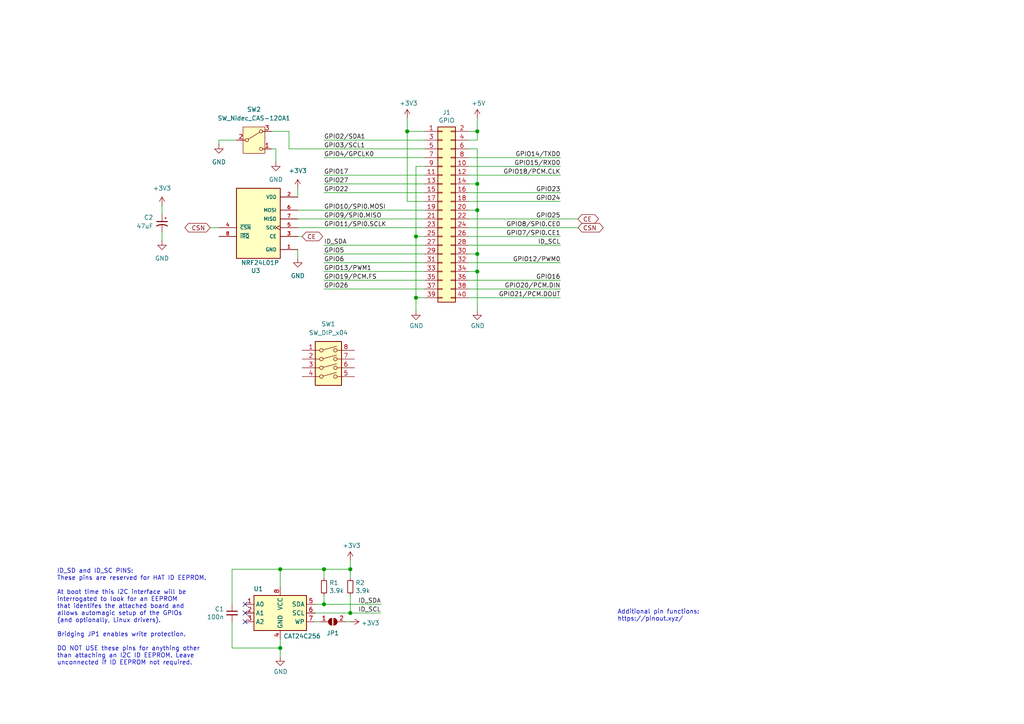
<source format=kicad_sch>
(kicad_sch (version 20231120) (generator "eeschema") (generator_version "8.0")
  (paper "A4")
  (title_block (date "15 nov 2012"))
  (lib_symbols
    (symbol "Connector_Generic:Conn_02x20_Odd_Even" (pin_names (offset 1.016) hide)
      (property "Reference" "J" (at 1.27 25.4 0))
      (property "Value" "Conn_02x20_Odd_Even" (at 1.27 -27.94 0))
      (symbol "Conn_02x20_Odd_Even_1_1"
        (rectangle (start -1.27 -25.273) (end 0 -25.527) (stroke (width 0.1524)))
        (rectangle (start -1.27 -22.733) (end 0 -22.987) (stroke (width 0.1524)))
        (rectangle (start -1.27 -20.193) (end 0 -20.447) (stroke (width 0.1524)))
        (rectangle (start -1.27 -17.653) (end 0 -17.907) (stroke (width 0.1524)))
        (rectangle (start -1.27 -15.113) (end 0 -15.367) (stroke (width 0.1524)))
        (rectangle (start -1.27 -12.573) (end 0 -12.827) (stroke (width 0.1524)))
        (rectangle (start -1.27 -10.033) (end 0 -10.287) (stroke (width 0.1524)))
        (rectangle (start -1.27 -7.493) (end 0 -7.747) (stroke (width 0.1524)))
        (rectangle (start -1.27 -4.953) (end 0 -5.207) (stroke (width 0.1524)))
        (rectangle (start -1.27 -2.413) (end 0 -2.667) (stroke (width 0.1524)))
        (rectangle (start -1.27 0.127) (end 0 -0.127) (stroke (width 0.1524)))
        (rectangle (start -1.27 2.667) (end 0 2.413) (stroke (width 0.1524)))
        (rectangle (start -1.27 5.207) (end 0 4.953) (stroke (width 0.1524)))
        (rectangle (start -1.27 7.747) (end 0 7.493) (stroke (width 0.1524)))
        (rectangle (start -1.27 10.287) (end 0 10.033) (stroke (width 0.1524)))
        (rectangle (start -1.27 12.827) (end 0 12.573) (stroke (width 0.1524)))
        (rectangle (start -1.27 15.367) (end 0 15.113) (stroke (width 0.1524)))
        (rectangle (start -1.27 17.907) (end 0 17.653) (stroke (width 0.1524)))
        (rectangle (start -1.27 20.447) (end 0 20.193) (stroke (width 0.1524)))
        (rectangle (start -1.27 22.987) (end 0 22.733) (stroke (width 0.1524)))
        (rectangle (start -1.27 24.13) (end 3.81 -26.67) (stroke (width 0.254)) (fill (type background)))
        (rectangle (start 3.81 -25.273) (end 2.54 -25.527) (stroke (width 0.1524)))
        (rectangle (start 3.81 -22.733) (end 2.54 -22.987) (stroke (width 0.1524)))
        (rectangle (start 3.81 -20.193) (end 2.54 -20.447) (stroke (width 0.1524)))
        (rectangle (start 3.81 -17.653) (end 2.54 -17.907) (stroke (width 0.1524)))
        (rectangle (start 3.81 -15.113) (end 2.54 -15.367) (stroke (width 0.1524)))
        (rectangle (start 3.81 -12.573) (end 2.54 -12.827) (stroke (width 0.1524)))
        (rectangle (start 3.81 -10.033) (end 2.54 -10.287) (stroke (width 0.1524)))
        (rectangle (start 3.81 -7.493) (end 2.54 -7.747) (stroke (width 0.1524)))
        (rectangle (start 3.81 -4.953) (end 2.54 -5.207) (stroke (width 0.1524)))
        (rectangle (start 3.81 -2.413) (end 2.54 -2.667) (stroke (width 0.1524)))
        (rectangle (start 3.81 0.127) (end 2.54 -0.127) (stroke (width 0.1524)))
        (rectangle (start 3.81 2.667) (end 2.54 2.413) (stroke (width 0.1524)))
        (rectangle (start 3.81 5.207) (end 2.54 4.953) (stroke (width 0.1524)))
        (rectangle (start 3.81 7.747) (end 2.54 7.493) (stroke (width 0.1524)))
        (rectangle (start 3.81 10.287) (end 2.54 10.033) (stroke (width 0.1524)))
        (rectangle (start 3.81 12.827) (end 2.54 12.573) (stroke (width 0.1524)))
        (rectangle (start 3.81 15.367) (end 2.54 15.113) (stroke (width 0.1524)))
        (rectangle (start 3.81 17.907) (end 2.54 17.653) (stroke (width 0.1524)))
        (rectangle (start 3.81 20.447) (end 2.54 20.193) (stroke (width 0.1524)))
        (rectangle (start 3.81 22.987) (end 2.54 22.733) (stroke (width 0.1524)))
        (pin passive line (at -5.08 22.86 0) (length 3.81) (name "Pin_1") (number "1"))
        (pin passive line (at 7.62 12.7 180) (length 3.81) (name "Pin_10") (number "10"))
        (pin passive line (at -5.08 10.16 0) (length 3.81) (name "Pin_11") (number "11"))
        (pin passive line (at 7.62 10.16 180) (length 3.81) (name "Pin_12") (number "12"))
        (pin passive line (at -5.08 7.62 0) (length 3.81) (name "Pin_13") (number "13"))
        (pin passive line (at 7.62 7.62 180) (length 3.81) (name "Pin_14") (number "14"))
        (pin passive line (at -5.08 5.08 0) (length 3.81) (name "Pin_15") (number "15"))
        (pin passive line (at 7.62 5.08 180) (length 3.81) (name "Pin_16") (number "16"))
        (pin passive line (at -5.08 2.54 0) (length 3.81) (name "Pin_17") (number "17"))
        (pin passive line (at 7.62 2.54 180) (length 3.81) (name "Pin_18") (number "18"))
        (pin passive line (at -5.08 0 0) (length 3.81) (name "Pin_19") (number "19"))
        (pin passive line (at 7.62 22.86 180) (length 3.81) (name "Pin_2") (number "2"))
        (pin passive line (at 7.62 0 180) (length 3.81) (name "Pin_20") (number "20"))
        (pin passive line (at -5.08 -2.54 0) (length 3.81) (name "Pin_21") (number "21"))
        (pin passive line (at 7.62 -2.54 180) (length 3.81) (name "Pin_22") (number "22"))
        (pin passive line (at -5.08 -5.08 0) (length 3.81) (name "Pin_23") (number "23"))
        (pin passive line (at 7.62 -5.08 180) (length 3.81) (name "Pin_24") (number "24"))
        (pin passive line (at -5.08 -7.62 0) (length 3.81) (name "Pin_25") (number "25"))
        (pin passive line (at 7.62 -7.62 180) (length 3.81) (name "Pin_26") (number "26"))
        (pin passive line (at -5.08 -10.16 0) (length 3.81) (name "Pin_27") (number "27"))
        (pin passive line (at 7.62 -10.16 180) (length 3.81) (name "Pin_28") (number "28"))
        (pin passive line (at -5.08 -12.7 0) (length 3.81) (name "Pin_29") (number "29"))
        (pin passive line (at -5.08 20.32 0) (length 3.81) (name "Pin_3") (number "3"))
        (pin passive line (at 7.62 -12.7 180) (length 3.81) (name "Pin_30") (number "30"))
        (pin passive line (at -5.08 -15.24 0) (length 3.81) (name "Pin_31") (number "31"))
        (pin passive line (at 7.62 -15.24 180) (length 3.81) (name "Pin_32") (number "32"))
        (pin passive line (at -5.08 -17.78 0) (length 3.81) (name "Pin_33") (number "33"))
        (pin passive line (at 7.62 -17.78 180) (length 3.81) (name "Pin_34") (number "34"))
        (pin passive line (at -5.08 -20.32 0) (length 3.81) (name "Pin_35") (number "35"))
        (pin passive line (at 7.62 -20.32 180) (length 3.81) (name "Pin_36") (number "36"))
        (pin passive line (at -5.08 -22.86 0) (length 3.81) (name "Pin_37") (number "37"))
        (pin passive line (at 7.62 -22.86 180) (length 3.81) (name "Pin_38") (number "38"))
        (pin passive line (at -5.08 -25.4 0) (length 3.81) (name "Pin_39") (number "39"))
        (pin passive line (at 7.62 20.32 180) (length 3.81) (name "Pin_4") (number "4"))
        (pin passive line (at 7.62 -25.4 180) (length 3.81) (name "Pin_40") (number "40"))
        (pin passive line (at -5.08 17.78 0) (length 3.81) (name "Pin_5") (number "5"))
        (pin passive line (at 7.62 17.78 180) (length 3.81) (name "Pin_6") (number "6"))
        (pin passive line (at -5.08 15.24 0) (length 3.81) (name "Pin_7") (number "7"))
        (pin passive line (at 7.62 15.24 180) (length 3.81) (name "Pin_8") (number "8"))
        (pin passive line (at -5.08 12.7 0) (length 3.81) (name "Pin_9") (number "9"))
      )
    )
    (symbol "Device:C_Polarized_Small_US" (pin_numbers hide) (pin_names (offset 0.254) hide)
      (property "Reference" "C" (at 0.254 1.778 0))
      (property "Value" "C_Polarized_Small_US" (at 0.254 -2.032 0))
      (symbol "C_Polarized_Small_US_0_1"
        (polyline (pts (xy -1.524 0.508) (xy 1.524 0.508)) (stroke (width 0.3048)))
        (polyline (pts (xy -1.27 1.524) (xy -0.762 1.524)))
        (polyline (pts (xy -1.016 1.27) (xy -1.016 1.778)))
        (arc (start 1.524 -0.762) (mid 0 -0.3734) (end -1.524 -0.762) (stroke (width 0.3048)))
      )
      (symbol "C_Polarized_Small_US_1_1"
        (pin passive line (at 0 2.54 270) (length 2.032) (name "~") (number "1"))
        (pin passive line (at 0 -2.54 90) (length 2.032) (name "~") (number "2"))
      )
    )
    (symbol "Device:C_Small" (pin_numbers hide) (pin_names (offset 0.254) hide)
      (property "Reference" "C" (at 0.254 1.778 0))
      (property "Value" "C_Small" (at 0.254 -2.032 0))
      (symbol "C_Small_0_1"
        (polyline (pts (xy -1.524 -0.508) (xy 1.524 -0.508)) (stroke (width 0.3302)))
        (polyline (pts (xy -1.524 0.508) (xy 1.524 0.508)) (stroke (width 0.3048)))
      )
      (symbol "C_Small_1_1"
        (pin passive line (at 0 2.54 270) (length 2.032) (name "~") (number "1"))
        (pin passive line (at 0 -2.54 90) (length 2.032) (name "~") (number "2"))
      )
    )
    (symbol "Device:R_Small" (pin_numbers hide) (pin_names (offset 0.254) hide)
      (property "Reference" "R" (at 0.762 0.508 0))
      (property "Value" "R_Small" (at 0.762 -1.016 0))
      (symbol "R_Small_0_1"
        (rectangle (start -0.762 1.778) (end 0.762 -1.778) (stroke (width 0.2032)))
      )
      (symbol "R_Small_1_1"
        (pin passive line (at 0 2.54 270) (length 0.762) (name "~") (number "1"))
        (pin passive line (at 0 -2.54 90) (length 0.762) (name "~") (number "2"))
      )
    )
    (symbol "GND_1" (power) (pin_numbers hide) (pin_names (offset 0) hide)
      (property "Value" "GND" (at 0 -3.81 0))
      (symbol "GND_1_0_1"
        (polyline (pts (xy 0 0) (xy 0 -1.27) (xy 1.27 -1.27) (xy 0 -2.54) (xy -1.27 -1.27) (xy 0 -1.27)))
      )
      (symbol "GND_1_1_1"
        (pin power_in line (at 0 0 270) (length 0) (name "~") (number "1"))
      )
    )
    (symbol "Jumper:SolderJumper_2_Open" (pin_names (offset 0) hide)
      (property "Reference" "JP" (at 0 2.032 0))
      (property "Value" "SolderJumper_2_Open" (at 0 -2.54 0))
      (symbol "SolderJumper_2_Open_0_1"
        (arc (start -0.254 1.016) (mid -1.2656 0) (end -0.254 -1.016))
        (arc (start -0.254 1.016) (mid -1.2656 0) (end -0.254 -1.016) (fill (type outline)))
        (polyline (pts (xy -0.254 1.016) (xy -0.254 -1.016)))
        (polyline (pts (xy 0.254 1.016) (xy 0.254 -1.016)))
        (arc (start 0.254 -1.016) (mid 1.2656 0) (end 0.254 1.016))
        (arc (start 0.254 -1.016) (mid 1.2656 0) (end 0.254 1.016) (fill (type outline)))
      )
      (symbol "SolderJumper_2_Open_1_1"
        (pin passive line (at -3.81 0 0) (length 2.54) (name "A") (number "1"))
        (pin passive line (at 3.81 0 180) (length 2.54) (name "B") (number "2"))
      )
    )
    (symbol "Memory_EEPROM:CAT24C256"
      (property "Reference" "U" (at -6.35 6.35 0))
      (property "Value" "CAT24C256" (at 1.27 6.35 0))
      (symbol "CAT24C256_1_1"
        (rectangle (start -7.62 5.08) (end 7.62 -5.08) (stroke (width 0.254)) (fill (type background)))
        (pin input line (at -10.16 2.54 0) (length 2.54) (name "A0") (number "1"))
        (pin input line (at -10.16 0 0) (length 2.54) (name "A1") (number "2"))
        (pin input line (at -10.16 -2.54 0) (length 2.54) (name "A2") (number "3"))
        (pin power_in line (at 0 -7.62 90) (length 2.54) (name "GND") (number "4"))
        (pin bidirectional line (at 10.16 2.54 180) (length 2.54) (name "SDA") (number "5"))
        (pin input line (at 10.16 0 180) (length 2.54) (name "SCL") (number "6"))
        (pin input line (at 10.16 -2.54 180) (length 2.54) (name "WP") (number "7"))
        (pin power_in line (at 0 7.62 270) (length 2.54) (name "VCC") (number "8"))
      )
    )
    (symbol "NRF24L01P-MODULE-PCB_1" (pin_names (offset 1.016))
      (property "Reference" "U3" (at 3.048 14.986 0))
      (property "Value" "NRF24L01P" (at 4.318 12.7 0))
      (symbol "NRF24L01P-MODULE-PCB_1_0_0"
        (rectangle (start -2.54 11.43) (end 10.16 -8.89) (stroke (width 0.254)) (fill (type background)))
        (pin power_in line (at 15.24 8.89 180) (length 5.08) (name "GND") (number "1"))
        (pin power_in line (at 15.24 -6.35 180) (length 5.08) (name "VDD") (number "2"))
        (pin input line (at 15.24 5.08 180) (length 5.08) (name "CE") (number "3"))
        (pin input line (at -7.62 2.54 0) (length 5.08) (name "~{CSN}") (number "4"))
        (pin input clock (at 15.24 2.54 180) (length 5.08) (name "SCK") (number "5"))
        (pin input line (at 15.24 -2.54 180) (length 5.08) (name "MOSI") (number "6"))
        (pin input line (at 15.24 0 180) (length 5.08) (name "MISO") (number "7"))
        (pin input line (at -7.62 5.08 0) (length 5.08) (name "~{IRQ}") (number "8"))
      )
    )
    (symbol "Switch:SW_DIP_x04" (pin_names (offset 0) hide)
      (property "Reference" "SW" (at 0 8.89 0))
      (property "Value" "SW_DIP_x04" (at 0 -6.35 0))
      (symbol "SW_DIP_x04_0_0"
        (circle (center -2.032 -2.54) (radius 0.508))
        (circle (center -2.032 0) (radius 0.508))
        (circle (center -2.032 2.54) (radius 0.508))
        (circle (center -2.032 5.08) (radius 0.508))
        (polyline (pts (xy -1.524 -2.3876) (xy 2.3622 -1.3462)))
        (polyline (pts (xy -1.524 0.127) (xy 2.3622 1.1684)))
        (polyline (pts (xy -1.524 2.667) (xy 2.3622 3.7084)))
        (polyline (pts (xy -1.524 5.207) (xy 2.3622 6.2484)))
        (circle (center 2.032 -2.54) (radius 0.508))
        (circle (center 2.032 0) (radius 0.508))
        (circle (center 2.032 2.54) (radius 0.508))
        (circle (center 2.032 5.08) (radius 0.508))
      )
      (symbol "SW_DIP_x04_0_1"
        (rectangle (start -3.81 7.62) (end 3.81 -5.08) (stroke (width 0.254)) (fill (type background)))
      )
      (symbol "SW_DIP_x04_1_1"
        (pin passive line (at -7.62 5.08 0) (length 5.08) (name "~") (number "1"))
        (pin passive line (at -7.62 2.54 0) (length 5.08) (name "~") (number "2"))
        (pin passive line (at -7.62 0 0) (length 5.08) (name "~") (number "3"))
        (pin passive line (at -7.62 -2.54 0) (length 5.08) (name "~") (number "4"))
        (pin passive line (at 7.62 -2.54 180) (length 5.08) (name "~") (number "5"))
        (pin passive line (at 7.62 0 180) (length 5.08) (name "~") (number "6"))
        (pin passive line (at 7.62 2.54 180) (length 5.08) (name "~") (number "7"))
        (pin passive line (at 7.62 5.08 180) (length 5.08) (name "~") (number "8"))
      )
    )
    (symbol "Switch:SW_Nidec_CAS-120A1" (pin_names (offset 1) hide)
      (property "Reference" "SW" (at 0 4.318 0))
      (property "Value" "SW_Nidec_CAS-120A1" (at 0 -5.08 0))
      (symbol "SW_Nidec_CAS-120A1_0_1"
        (circle (center -2.032 0) (radius 0.4572))
        (polyline (pts (xy -1.651 0.254) (xy 1.651 2.286)))
        (circle (center 2.032 -2.54) (radius 0.4572))
        (circle (center 2.032 2.54) (radius 0.4572))
      )
      (symbol "SW_Nidec_CAS-120A1_1_1"
        (rectangle (start -3.175 3.81) (end 3.175 -3.81) (fill (type background)))
        (pin passive line (at 5.08 -2.54 180) (length 2.54) (name "C") (number "1"))
        (pin passive line (at -5.08 0 0) (length 2.54) (name "B") (number "2"))
        (pin passive line (at 5.08 2.54 180) (length 2.54) (name "A") (number "3"))
      )
    )
    (symbol "power:+3.3V" (power) (pin_names (offset 0))
      (property "Value" "+3.3V" (at 0 3.556 0))
      (symbol "+3.3V_0_1"
        (polyline (pts (xy -0.762 1.27) (xy 0 2.54)))
        (polyline (pts (xy 0 0) (xy 0 2.54)))
        (polyline (pts (xy 0 2.54) (xy 0.762 1.27)))
      )
      (symbol "+3.3V_1_1"
        (pin power_in line (at 0 0 90) (length 0) hide (name "+3V3") (number "1"))
      )
    )
    (symbol "power:+3V3" (power) (pin_numbers hide) (pin_names (offset 0) hide)
      (property "Value" "+3V3" (at 0 3.556 0))
      (symbol "+3V3_0_1"
        (polyline (pts (xy -0.762 1.27) (xy 0 2.54)))
        (polyline (pts (xy 0 0) (xy 0 2.54)))
        (polyline (pts (xy 0 2.54) (xy 0.762 1.27)))
      )
      (symbol "+3V3_1_1"
        (pin power_in line (at 0 0 90) (length 0) (name "~") (number "1"))
      )
    )
    (symbol "power:+5V" (power) (pin_names (offset 0))
      (property "Value" "+5V" (at 0 3.556 0))
      (symbol "+5V_0_1"
        (polyline (pts (xy -0.762 1.27) (xy 0 2.54)))
        (polyline (pts (xy 0 0) (xy 0 2.54)))
        (polyline (pts (xy 0 2.54) (xy 0.762 1.27)))
      )
      (symbol "+5V_1_1"
        (pin power_in line (at 0 0 90) (length 0) hide (name "+5V") (number "1"))
      )
    )
    (symbol "power:GND" (power) (pin_names (offset 0))
      (property "Value" "GND" (at 0 -3.81 0))
      (symbol "GND_0_1"
        (polyline (pts (xy 0 0) (xy 0 -1.27) (xy 1.27 -1.27) (xy 0 -2.54) (xy -1.27 -1.27) (xy 0 -1.27)))
      )
      (symbol "GND_1_1"
        (pin power_in line (at 0 0 270) (length 0) hide (name "GND") (number "1"))
      )
    )
  )
  (junction (at 138.43 73.66) (diameter 1.016))
  (junction (at 101.6 165.1) (diameter 1.016))
  (junction (at 118.11 38.1) (diameter 1.016))
  (junction (at 138.43 78.74) (diameter 1.016))
  (junction (at 93.98 175.26) (diameter 1.016))
  (junction (at 120.65 68.58) (diameter 1.016))
  (junction (at 138.43 60.96) (diameter 1.016))
  (junction (at 138.43 53.34) (diameter 1.016))
  (junction (at 93.98 165.1) (diameter 1.016))
  (junction (at 81.28 187.96) (diameter 1.016))
  (junction (at 81.28 165.1) (diameter 1.016))
  (junction (at 120.65 86.36) (diameter 1.016))
  (junction (at 138.43 38.1) (diameter 1.016))
  (junction (at 101.6 177.8) (diameter 1.016))
  (no_connect (at 71.12 175.26))
  (no_connect (at 71.12 177.8))
  (no_connect (at 71.12 180.34))
  (wire (pts (xy 120.65 68.58) (xy 120.65 86.36)))
  (wire (pts (xy 135.89 68.58) (xy 162.56 68.58)))
  (wire (pts (xy 123.19 50.8) (xy 93.98 50.8)))
  (wire (pts (xy 81.28 165.1) (xy 93.98 165.1)))
  (wire (pts (xy 101.6 165.1) (xy 93.98 165.1)))
  (wire (pts (xy 101.6 167.64) (xy 101.6 165.1)))
  (wire (pts (xy 86.36 60.96) (xy 123.19 60.96)))
  (wire (pts (xy 138.43 43.18) (xy 138.43 53.34)))
  (wire (pts (xy 138.43 60.96) (xy 135.89 60.96)))
  (wire (pts (xy 86.36 68.58) (xy 87.63 68.58)))
  (wire (pts (xy 138.43 73.66) (xy 138.43 78.74)))
  (wire (pts (xy 60.96 66.04) (xy 63.5 66.04)))
  (wire (pts (xy 46.99 59.69) (xy 46.99 62.23)))
  (wire (pts (xy 83.82 38.1) (xy 83.82 43.18)))
  (wire (pts (xy 138.43 60.96) (xy 138.43 73.66)))
  (wire (pts (xy 135.89 45.72) (xy 162.56 45.72)))
  (wire (pts (xy 120.65 48.26) (xy 120.65 68.58)))
  (wire (pts (xy 91.44 175.26) (xy 93.98 175.26)))
  (wire (pts (xy 93.98 175.26) (xy 110.49 175.26)))
  (wire (pts (xy 63.5 41.91) (xy 63.5 40.64)))
  (wire (pts (xy 120.65 48.26) (xy 123.19 48.26)))
  (wire (pts (xy 91.44 180.34) (xy 92.71 180.34)))
  (wire (pts (xy 100.33 180.34) (xy 101.6 180.34)))
  (wire (pts (xy 135.89 66.04) (xy 167.64 66.04)))
  (wire (pts (xy 78.74 43.18) (xy 80.01 43.18)))
  (wire (pts (xy 123.19 71.12) (xy 93.98 71.12)))
  (wire (pts (xy 86.36 54.61) (xy 86.36 57.15)))
  (wire (pts (xy 80.01 43.18) (xy 80.01 46.99)))
  (wire (pts (xy 93.98 73.66) (xy 123.19 73.66)))
  (wire (pts (xy 120.65 68.58) (xy 123.19 68.58)))
  (wire (pts (xy 101.6 162.56) (xy 101.6 165.1)))
  (wire (pts (xy 135.89 55.88) (xy 162.56 55.88)))
  (wire (pts (xy 81.28 165.1) (xy 81.28 170.18)))
  (wire (pts (xy 135.89 86.36) (xy 162.56 86.36)))
  (wire (pts (xy 120.65 86.36) (xy 120.65 90.17)))
  (wire (pts (xy 93.98 53.34) (xy 123.19 53.34)))
  (wire (pts (xy 101.6 172.72) (xy 101.6 177.8)))
  (wire (pts (xy 118.11 34.29) (xy 118.11 38.1)))
  (wire (pts (xy 138.43 78.74) (xy 135.89 78.74)))
  (wire (pts (xy 118.11 58.42) (xy 123.19 58.42)))
  (wire (pts (xy 123.19 40.64) (xy 93.98 40.64)))
  (wire (pts (xy 138.43 38.1) (xy 138.43 40.64)))
  (wire (pts (xy 138.43 53.34) (xy 138.43 60.96)))
  (wire (pts (xy 135.89 50.8) (xy 162.56 50.8)))
  (wire (pts (xy 138.43 53.34) (xy 135.89 53.34)))
  (wire (pts (xy 138.43 34.29) (xy 138.43 38.1)))
  (wire (pts (xy 93.98 45.72) (xy 123.19 45.72)))
  (wire (pts (xy 93.98 165.1) (xy 93.98 167.64)))
  (wire (pts (xy 46.99 67.31) (xy 46.99 69.85)))
  (wire (pts (xy 138.43 38.1) (xy 135.89 38.1)))
  (wire (pts (xy 118.11 38.1) (xy 118.11 58.42)))
  (wire (pts (xy 83.82 43.18) (xy 123.19 43.18)))
  (wire (pts (xy 135.89 58.42) (xy 162.56 58.42)))
  (wire (pts (xy 135.89 48.26) (xy 162.56 48.26)))
  (wire (pts (xy 93.98 172.72) (xy 93.98 175.26)))
  (wire (pts (xy 63.5 40.64) (xy 68.58 40.64)))
  (wire (pts (xy 91.44 177.8) (xy 101.6 177.8)))
  (wire (pts (xy 101.6 177.8) (xy 110.49 177.8)))
  (wire (pts (xy 93.98 55.88) (xy 123.19 55.88)))
  (wire (pts (xy 93.98 76.2) (xy 123.19 76.2)))
  (wire (pts (xy 138.43 40.64) (xy 135.89 40.64)))
  (wire (pts (xy 93.98 81.28) (xy 123.19 81.28)))
  (wire (pts (xy 135.89 81.28) (xy 162.56 81.28)))
  (wire (pts (xy 135.89 76.2) (xy 162.56 76.2)))
  (wire (pts (xy 120.65 86.36) (xy 123.19 86.36)))
  (wire (pts (xy 135.89 83.82) (xy 162.56 83.82)))
  (wire (pts (xy 138.43 43.18) (xy 135.89 43.18)))
  (wire (pts (xy 93.98 83.82) (xy 123.19 83.82)))
  (wire (pts (xy 78.74 38.1) (xy 83.82 38.1)))
  (wire (pts (xy 86.36 63.5) (xy 123.19 63.5)))
  (wire (pts (xy 67.31 165.1) (xy 67.31 175.26)))
  (wire (pts (xy 67.31 180.34) (xy 67.31 187.96)))
  (wire (pts (xy 67.31 187.96) (xy 81.28 187.96)))
  (wire (pts (xy 81.28 165.1) (xy 67.31 165.1)))
  (wire (pts (xy 81.28 185.42) (xy 81.28 187.96)))
  (wire (pts (xy 81.28 187.96) (xy 81.28 190.5)))
  (wire (pts (xy 138.43 78.74) (xy 138.43 90.17)))
  (wire (pts (xy 135.89 63.5) (xy 167.64 63.5)))
  (wire (pts (xy 123.19 78.74) (xy 93.98 78.74)))
  (wire (pts (xy 138.43 73.66) (xy 135.89 73.66)))
  (wire (pts (xy 118.11 38.1) (xy 123.19 38.1)))
  (wire (pts (xy 86.36 72.39) (xy 86.36 74.93)))
  (wire (pts (xy 86.36 66.04) (xy 123.19 66.04)))
  (wire (pts (xy 135.89 71.12) (xy 162.56 71.12)))
  (text "ID_SD and ID_SC PINS:\nThese pins are reserved for HAT ID EEPROM.\n\nAt boot time this I2C interface will be\ninterrogated to look for an EEPROM\nthat identifes the attached board and\nallows automagic setup of the GPIOs\n(and optionally, Linux drivers).\n\nBridging JP1 enables write protection.\n\nDO NOT USE these pins for anything other\nthan attaching an I2C ID EEPROM. Leave\nunconnected if ID EEPROM not required." (at 16.51 193.04 0) (effects (font (size 1.27 1.27)) (justify left bottom)))
  (text "Additional pin functions:\nhttps://pinout.xyz/" (at 179.07 180.34 0) (effects (font (size 1.27 1.27)) (justify left bottom)))
  (label "ID_SDA" (at 93.98 71.12 0))
  (label "GPIO6" (at 93.98 76.2 0))
  (label "ID_SDA" (at 110.49 175.26 180))
  (label "ID_SCL" (at 162.56 71.12 180))
  (label "GPIO5" (at 93.98 73.66 0))
  (label "GPIO21{slash}PCM.DOUT" (at 162.56 86.36 180))
  (label "GPIO19{slash}PCM.FS" (at 93.98 81.28 0))
  (label "GPIO10{slash}SPI0.MOSI" (at 93.98 60.96 0))
  (label "GPIO9{slash}SPI0.MISO" (at 93.98 63.5 0))
  (label "GPIO23" (at 162.56 55.88 180))
  (label "GPIO4{slash}GPCLK0" (at 93.98 45.72 0))
  (label "GPIO27" (at 93.98 53.34 0))
  (label "GPIO26" (at 93.98 83.82 0))
  (label "GPIO14{slash}TXD0" (at 162.56 45.72 180))
  (label "GPIO8{slash}SPI0.CE0" (at 162.56 66.04 180))
  (label "GPIO15{slash}RXD0" (at 162.56 48.26 180))
  (label "GPIO16" (at 162.56 81.28 180))
  (label "GPIO22" (at 93.98 55.88 0))
  (label "GPIO2{slash}SDA1" (at 93.98 40.64 0))
  (label "GPIO17" (at 93.98 50.8 0))
  (label "GPIO25" (at 162.56 63.5 180))
  (label "GPIO3{slash}SCL1" (at 93.98 43.18 0))
  (label "GPIO18{slash}PCM.CLK" (at 162.56 50.8 180))
  (label "GPIO12{slash}PWM0" (at 162.56 76.2 180))
  (label "GPIO13{slash}PWM1" (at 93.98 78.74 0))
  (label "GPIO20{slash}PCM.DIN" (at 162.56 83.82 180))
  (label "GPIO24" (at 162.56 58.42 180))
  (label "GPIO7{slash}SPI0.CE1" (at 162.56 68.58 180))
  (label "ID_SCL" (at 110.49 177.8 180))
  (label "GPIO11{slash}SPI0.SCLK" (at 93.98 66.04 0))
  (global_label "CSN" (shape bidirectional) (at 60.96 66.04 180) (property "Intersheetrefs" "${INTERSHEET_REFS}" (effects (hide yes))))
  (global_label "CE" (shape bidirectional) (at 167.64 63.5 0) (property "Intersheetrefs" "${INTERSHEET_REFS}" (effects (hide yes))))
  (global_label "CSN" (shape bidirectional) (at 167.64 66.04 0) (property "Intersheetrefs" "${INTERSHEET_REFS}" (effects (hide yes))))
  (global_label "CE" (shape bidirectional) (at 87.63 68.58 0) (property "Intersheetrefs" "${INTERSHEET_REFS}" (effects (hide yes))))
  (symbol (lib_id "power:+5V") (at 138.43 34.29 0) (unit 1)
    (property "Reference" "#PWR01" (effects (hide yes)))
    (property "Value" "+5V" (at 138.7983 29.9656 0))
  )
  (symbol (lib_id "power:+3.3V") (at 118.11 34.29 0) (unit 1)
    (property "Reference" "#PWR04" (effects (hide yes)))
    (property "Value" "+3V3" (at 118.4783 29.9656 0))
  )
  (symbol (lib_id "power:GND") (at 138.43 90.17 0) (unit 1)
    (property "Reference" "#PWR02" (effects (hide yes)))
    (property "Value" "GND" (at 138.5443 94.4944 0))
  )
  (symbol (lib_id "power:GND") (at 120.65 90.17 0) (unit 1)
    (property "Reference" "#PWR03" (effects (hide yes)))
    (property "Value" "GND" (at 120.7643 94.4944 0))
  )
  (symbol (lib_id "Connector_Generic:Conn_02x20_Odd_Even") (at 128.27 60.96 0) (unit 1)
    (property "Reference" "J1" (at 129.54 32.6198 0))
    (property "Value" "GPIO" (at 129.54 34.925 0))
    (property "Footprint" "Connector_PinSocket_2.54mm:PinSocket_2x20_P2.54mm_Vertical" (effects (hide yes)))
  )
  (symbol (lib_id "Device:C_Small") (at 67.31 177.8 0) (unit 1)
    (property "Reference" "C1" (at 64.9858 176.6506 0) (effects (justify right)))
    (property "Value" "100n" (at 64.9858 178.9493 0) (effects (justify right)))
  )
  (symbol (lib_name "GND_1") (lib_id "power:GND") (at 46.99 69.85 0) (unit 1)
    (property "Reference" "#PWR08" (effects (hide yes)))
    (property "Value" "GND" (at 46.99 74.93 0))
    (property "Description" "Power symbol creates a global label with name \"GND\" , ground" (effects (hide yes)))
  )
  (symbol (lib_id "Device:R_Small") (at 93.98 170.18 0) (unit 1)
    (property "Reference" "R1" (at 95.4786 169.037 0) (effects (justify left)))
    (property "Value" "3.9k" (at 95.4787 171.3293 0) (effects (justify left)))
  )
  (symbol (lib_id "Jumper:SolderJumper_2_Open") (at 96.52 180.34 0) (unit 1)
    (property "Reference" "JP1" (at 96.52 183.623 0))
    (property "Value" "ID_WP" (effects (hide yes)))
  )
  (symbol (lib_id "Device:R_Small") (at 101.6 170.18 0) (unit 1)
    (property "Reference" "R2" (at 103.0986 169.037 0) (effects (justify left)))
    (property "Value" "3.9k" (at 103.0987 171.3293 0) (effects (justify left)))
  )
  (symbol (lib_name "GND_1") (lib_id "power:GND") (at 86.36 74.93 0) (unit 1)
    (property "Reference" "#PWR06" (effects (hide yes)))
    (property "Value" "GND" (at 86.36 80.01 0))
    (property "Description" "Power symbol creates a global label with name \"GND\" , ground" (effects (hide yes)))
  )
  (symbol (lib_id "power:+3.3V") (at 101.6 162.56 0) (unit 1)
    (property "Reference" "#PWR0101" (effects (hide yes)))
    (property "Value" "+3V3" (at 101.9683 158.2356 0))
  )
  (symbol (lib_id "power:+3V3") (at 86.36 54.61 0) (unit 1)
    (property "Reference" "#PWR05" (effects (hide yes)))
    (property "Value" "+3V3" (at 86.36 49.53 0))
    (property "Description" "Power symbol creates a global label with name \"+3V3\"" (effects (hide yes)))
  )
  (symbol (lib_id "Switch:SW_DIP_x04") (at 95.25 106.68 0) (unit 1)
    (property "Reference" "SW1" (at 95.25 93.98 0))
    (property "Value" "SW_DIP_x04" (at 95.25 96.52 0))
    (property "Description" "4x DIP Switch, Single Pole Single Throw (SPST) switch, small symbol" (effects (hide yes)))
  )
  (symbol (lib_id "Memory_EEPROM:CAT24C256") (at 81.28 177.8 0) (unit 1)
    (property "Reference" "U1" (at 74.93 170.7958 0))
    (property "Value" "CAT24C256" (at 87.63 184.5245 0))
    (property "Datasheet" "https://www.onsemi.cn/PowerSolutions/document/CAT24C256-D.PDF" (effects (hide yes)))
  )
  (symbol (lib_id "Device:C_Polarized_Small_US") (at 46.99 64.77 0) (mirror y) (unit 1)
    (property "Reference" "C2" (at 44.45 63.0681 0) (effects (justify left)))
    (property "Value" "47uF" (at 44.45 65.6081 0) (effects (justify left)))
    (property "Footprint" "Capacitor_THT:CP_Radial_D8.0mm_P5.00mm" (effects (hide yes)))
    (property "Description" "Polarized capacitor, small US symbol" (effects (hide yes)))
  )
  (symbol (lib_name "GND_1") (lib_id "power:GND") (at 80.01 46.99 0) (unit 1)
    (property "Reference" "#PWR010" (effects (hide yes)))
    (property "Value" "GND" (at 80.01 52.07 0))
    (property "Description" "Power symbol creates a global label with name \"GND\" , ground" (effects (hide yes)))
  )
  (symbol (lib_name "GND_1") (lib_id "power:GND") (at 63.5 41.91 0) (unit 1)
    (property "Reference" "#PWR09" (effects (hide yes)))
    (property "Value" "GND" (at 63.5 46.99 0))
    (property "Description" "Power symbol creates a global label with name \"GND\" , ground" (effects (hide yes)))
  )
  (symbol (lib_name "NRF24L01P-MODULE-PCB_1") (lib_id "NRF24L01P-MODULE-PCB:NRF24L01P-MODULE-PCB") (at 71.12 63.5 0) (mirror x) (unit 1)
    (property "Reference" "U3" (at 74.168 78.486 0))
    (property "Value" "NRF24L01P" (at 75.438 76.2 0))
    (property "Description_1" "nRF24L01 Evaluation Board" (effects (hide yes)))
  )
  (symbol (lib_id "power:GND") (at 81.28 190.5 0) (unit 1)
    (property "Reference" "#PWR0102" (effects (hide yes)))
    (property "Value" "GND" (at 81.3943 194.8244 0))
  )
  (symbol (lib_id "Switch:SW_Nidec_CAS-120A1") (at 73.66 40.64 0) (unit 1)
    (property "Reference" "SW2" (at 73.66 31.75 0))
    (property "Value" "SW_Nidec_CAS-120A1" (at 73.66 34.29 0))
    (property "Footprint" "Button_Switch_SMD:SW_SPST_Omron_B3FS-100xP" (effects (hide yes)))
    (property "Datasheet" "https://www.nidec-components.com/e/catalog/switch/cas.pdf" (effects (hide yes)))
    (property "Description" "Switch, single pole double throw" (effects (hide yes)))
  )
  (symbol (lib_id "power:+3.3V") (at 101.6 180.34 270) (unit 1)
    (property "Reference" "#PWR0103" (effects (hide yes)))
    (property "Value" "+3V3" (at 104.7751 180.7083 90) (effects (justify left)))
  )
  (symbol (lib_id "power:+3V3") (at 46.99 59.69 0) (unit 1)
    (property "Reference" "#PWR07" (effects (hide yes)))
    (property "Value" "+3V3" (at 46.99 54.61 0))
    (property "Description" "Power symbol creates a global label with name \"+3V3\"" (effects (hide yes)))
  )
)
</source>
